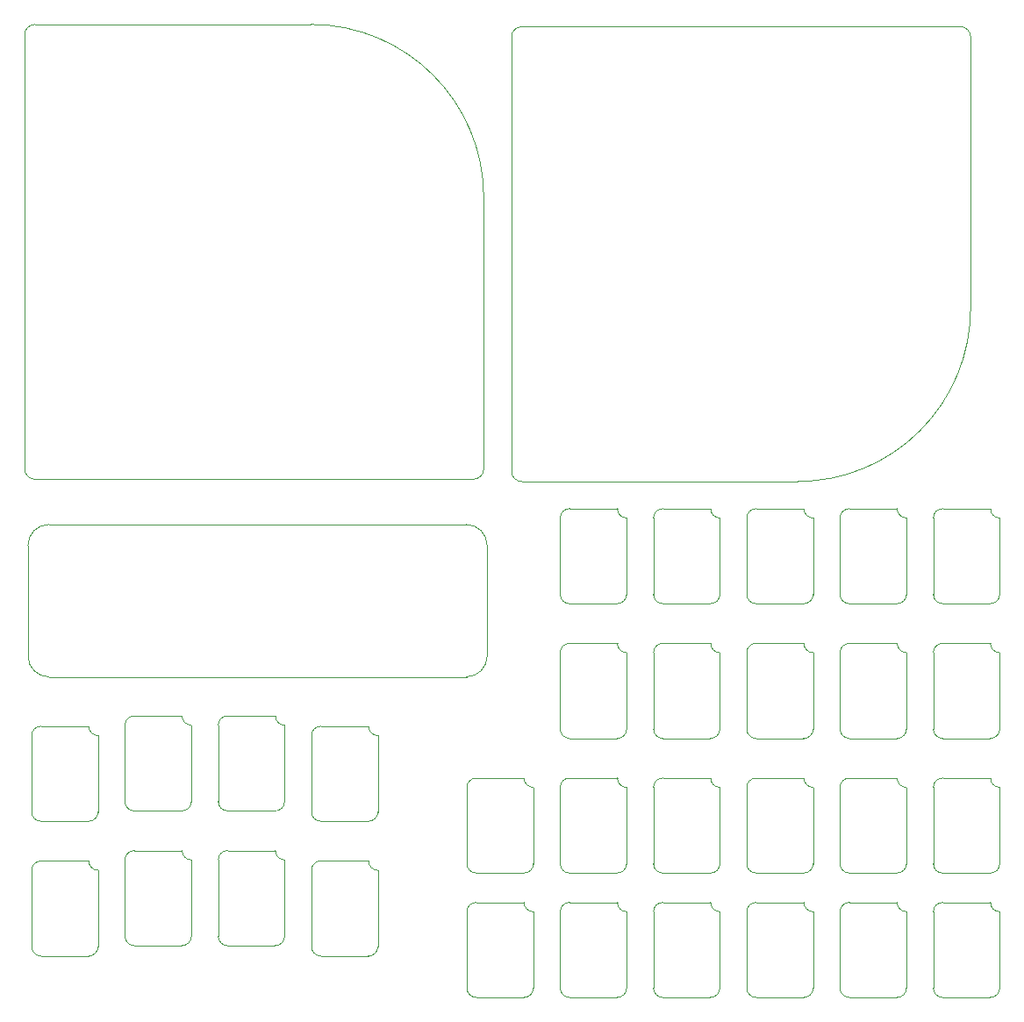
<source format=gm1>
%MOIN*%
%OFA0B0*%
%FSLAX46Y46*%
%IPPOS*%
%LPD*%
%ADD10C,0.0019685039370078744*%
%ADD21C,0.0019685039370078744*%
%ADD22C,0.0019685039370078744*%
%ADD23C,0.0019685039370078744*%
%ADD24C,0.0019685039370078744*%
%ADD25C,0.0019685039370078744*%
%ADD26C,0.0019685039370078744*%
%ADD27C,0.0019685039370078744*%
%ADD28C,0.0019685039370078744*%
%ADD29C,0.0019685039370078744*%
%ADD30C,0.0019685039370078744*%
%ADD31C,0.0019685039370078744*%
%ADD32C,0.0019685039370078744*%
%ADD33C,0.0019685039370078744*%
%ADD34C,0.0019685039370078744*%
%ADD35C,0.0019685039370078744*%
%ADD36C,0.0019685039370078744*%
%ADD37C,0.0019685039370078744*%
%ADD38C,0.0019685039370078744*%
%ADD39C,0.0019685039370078744*%
%ADD40C,0.0019685039370078744*%
%ADD41C,0.0019685039370078744*%
%ADD42C,0.0019685039370078744*%
%ADD43C,0.0019685039370078744*%
%ADD44C,0.0019685039370078744*%
%ADD45C,0.0019685039370078744*%
%ADD46C,0.0019685039370078744*%
%ADD47C,0.0019685039370078744*%
%ADD48C,0.0019685039370078744*%
%ADD49C,0.0019685039370078744*%
%ADD50C,0.0019685039370078744*%
D10*
X0000192716Y0003852716D02*
X0001239960Y0003852716D01*
X0000153346Y0002163740D02*
X0000153346Y0003813346D01*
X0001239960Y0003852716D02*
G75*
G02X0001897440Y0003195236J-0000657480D01*
G01*
X0000192716Y0002124370D02*
G75*
G02X0000153346Y0002163740J0000039370D01*
G01*
X0001897440Y0002163740D02*
G75*
G02X0001858070Y0002124370I-0000039370D01*
G01*
X0000153346Y0003813346D02*
G75*
G02X0000192716Y0003852716I0000039370D01*
G01*
X0001897440Y0003195236D02*
X0001897440Y0002163740D01*
X0000192716Y0002124370D02*
X0001858070Y0002124370D01*
X0000244960Y0001952283D02*
X0001831574Y0001952283D01*
X0001831574Y0001952283D02*
G75*
G02X0001910314Y0001873543J-0000078740D01*
G01*
X0000244960Y0001373543D02*
X0001831574Y0001373543D01*
X0000166220Y0001873543D02*
G75*
G02X0000244960Y0001952283I0000078740D01*
G01*
X0001910314Y0001873543D02*
X0001910314Y0001452283D01*
X0000244960Y0001373543D02*
G75*
G02X0000166220Y0001452283I-0000000078J0000078661D01*
G01*
X0001910314Y0001452283D02*
G75*
G02X0001831574Y0001373543I-0000078740D01*
G01*
X0000166220Y0001873543D02*
X0000166220Y0001452283D01*
X0003746850Y0002773307D02*
G75*
G02X0003089370Y0002115787I-0000657480J-0000000039D01*
G01*
X0003707480Y0003844133D02*
X0002042125Y0003844133D01*
X0003707480Y0003844133D02*
G75*
G02X0003746850Y0003804763J-0000039370D01*
G01*
X0003746850Y0003804763D02*
X0003746850Y0002773307D01*
X0002002755Y0003804763D02*
G75*
G02X0002042125Y0003844133I0000039370D01*
G01*
X0002042125Y0002115787D02*
X0003089370Y0002115787D01*
X0002042125Y0002115787D02*
G75*
G02X0002002755Y0002155157J0000039370D01*
G01*
X0002002755Y0003804763D02*
X0002002755Y0002155157D01*
G04 next file*
G04 #@! TF.GenerationSoftware,KiCad,Pcbnew,(5.1.2)-1*
G04 #@! TF.CreationDate,2019-11-08T15:09:15+05:30*
G04 #@! TF.ProjectId,FingerNode_one,46696e67-6572-44e6-9f64-655f6f6e652e,rev?*
G04 #@! TF.SameCoordinates,Original*
G04 #@! TF.FileFunction,Profile,NP*
G04 Gerber Fmt 4.6, Leading zero omitted, Abs format (unit mm)*
G04 Created by KiCad (PCBNEW (5.1.2)-1) date 2019-11-08 15:09:15*
G04 APERTURE LIST*
G04 APERTURE END LIST*
D21*
X0000180018Y0001150500D02*
X0000179939Y0000860196D01*
X0000432283Y0001150354D02*
X0000432204Y0000860039D01*
X0000395687Y0000824763D02*
X0000215372Y0000824763D01*
X0000215372Y0000824763D02*
G75*
G02X0000179939Y0000860196J0000035433D01*
G01*
X0000432204Y0000860050D02*
G75*
G02X0000395687Y0000824763I-0000035296J-0000000011D01*
G01*
X0000216535Y0001185787D02*
X0000396850Y0001185787D01*
X0000180018Y0001150500D02*
G75*
G02X0000216535Y0001185787I0000035296J0000000011D01*
G01*
X0000432283Y0001150354D02*
G75*
G02X0000396850Y0001185787J0000035433D01*
G01*
G04 next file*
G04 #@! TF.GenerationSoftware,KiCad,Pcbnew,(5.1.2)-1*
G04 #@! TF.CreationDate,2019-11-08T15:10:02+05:30*
G04 #@! TF.ProjectId,FingerNode,46696e67-6572-44e6-9f64-652e6b696361,rev?*
G04 #@! TF.SameCoordinates,Original*
G04 #@! TF.FileFunction,Profile,NP*
G04 Gerber Fmt 4.6, Leading zero omitted, Abs format (unit mm)*
G04 Created by KiCad (PCBNEW (5.1.2)-1) date 2019-11-08 15:10:02*
G04 APERTURE LIST*
G04 APERTURE END LIST*
D22*
X0001833561Y0000953650D02*
X0001833482Y0000663346D01*
X0002085826Y0000953503D02*
X0002085748Y0000663188D01*
X0002049230Y0000627913D02*
X0001868915Y0000627913D01*
X0001868915Y0000627913D02*
G75*
G02X0001833482Y0000663346J0000035433D01*
G01*
X0002085748Y0000663200D02*
G75*
G02X0002049230Y0000627913I-0000035296J-0000000011D01*
G01*
X0001870078Y0000988937D02*
X0002050393Y0000988937D01*
X0001833561Y0000953650D02*
G75*
G02X0001870078Y0000988937I0000035296J0000000011D01*
G01*
X0002085826Y0000953503D02*
G75*
G02X0002050393Y0000988937J0000035433D01*
G01*
G04 next file*
G04 #@! TF.GenerationSoftware,KiCad,Pcbnew,(5.1.2)-1*
G04 #@! TF.CreationDate,2019-11-08T15:10:02+05:30*
G04 #@! TF.ProjectId,FingerNode,46696e67-6572-44e6-9f64-652e6b696361,rev?*
G04 #@! TF.SameCoordinates,Original*
G04 #@! TF.FileFunction,Profile,NP*
G04 Gerber Fmt 4.6, Leading zero omitted, Abs format (unit mm)*
G04 Created by KiCad (PCBNEW (5.1.2)-1) date 2019-11-08 15:10:02*
G04 APERTURE LIST*
G04 APERTURE END LIST*
D23*
X0002187892Y0000953650D02*
X0002187813Y0000663346D01*
X0002440157Y0000953503D02*
X0002440078Y0000663188D01*
X0002403561Y0000627913D02*
X0002223246Y0000627913D01*
X0002223246Y0000627913D02*
G75*
G02X0002187813Y0000663346J0000035433D01*
G01*
X0002440078Y0000663200D02*
G75*
G02X0002403561Y0000627913I-0000035296J-0000000011D01*
G01*
X0002224409Y0000988937D02*
X0002404724Y0000988937D01*
X0002187892Y0000953650D02*
G75*
G02X0002224409Y0000988937I0000035296J0000000011D01*
G01*
X0002440157Y0000953503D02*
G75*
G02X0002404724Y0000988937J0000035433D01*
G01*
G04 next file*
G04 #@! TF.GenerationSoftware,KiCad,Pcbnew,(5.1.2)-1*
G04 #@! TF.CreationDate,2019-11-08T15:10:02+05:30*
G04 #@! TF.ProjectId,FingerNode,46696e67-6572-44e6-9f64-652e6b696361,rev?*
G04 #@! TF.SameCoordinates,Original*
G04 #@! TF.FileFunction,Profile,NP*
G04 Gerber Fmt 4.6, Leading zero omitted, Abs format (unit mm)*
G04 Created by KiCad (PCBNEW (5.1.2)-1) date 2019-11-08 15:10:02*
G04 APERTURE LIST*
G04 APERTURE END LIST*
D24*
X0002542222Y0000953650D02*
X0002542144Y0000663346D01*
X0002794488Y0000953503D02*
X0002794409Y0000663188D01*
X0002757892Y0000627913D02*
X0002577577Y0000627913D01*
X0002577577Y0000627913D02*
G75*
G02X0002542144Y0000663346J0000035433D01*
G01*
X0002794409Y0000663200D02*
G75*
G02X0002757892Y0000627913I-0000035296J-0000000011D01*
G01*
X0002578740Y0000988937D02*
X0002759055Y0000988937D01*
X0002542222Y0000953650D02*
G75*
G02X0002578740Y0000988937I0000035296J0000000011D01*
G01*
X0002794488Y0000953503D02*
G75*
G02X0002759055Y0000988937J0000035433D01*
G01*
G04 next file*
G04 #@! TF.GenerationSoftware,KiCad,Pcbnew,(5.1.2)-1*
G04 #@! TF.CreationDate,2019-11-08T15:10:02+05:30*
G04 #@! TF.ProjectId,FingerNode,46696e67-6572-44e6-9f64-652e6b696361,rev?*
G04 #@! TF.SameCoordinates,Original*
G04 #@! TF.FileFunction,Profile,NP*
G04 Gerber Fmt 4.6, Leading zero omitted, Abs format (unit mm)*
G04 Created by KiCad (PCBNEW (5.1.2)-1) date 2019-11-08 15:10:02*
G04 APERTURE LIST*
G04 APERTURE END LIST*
D25*
X0002896553Y0000953650D02*
X0002896474Y0000663346D01*
X0003148818Y0000953503D02*
X0003148740Y0000663188D01*
X0003112222Y0000627913D02*
X0002931908Y0000627913D01*
X0002931908Y0000627913D02*
G75*
G02X0002896474Y0000663346J0000035433D01*
G01*
X0003148740Y0000663200D02*
G75*
G02X0003112222Y0000627913I-0000035296J-0000000011D01*
G01*
X0002933070Y0000988937D02*
X0003113385Y0000988937D01*
X0002896553Y0000953650D02*
G75*
G02X0002933070Y0000988937I0000035296J0000000011D01*
G01*
X0003148818Y0000953503D02*
G75*
G02X0003113385Y0000988937J0000035433D01*
G01*
G04 next file*
G04 #@! TF.GenerationSoftware,KiCad,Pcbnew,(5.1.2)-1*
G04 #@! TF.CreationDate,2019-11-08T15:10:02+05:30*
G04 #@! TF.ProjectId,FingerNode,46696e67-6572-44e6-9f64-652e6b696361,rev?*
G04 #@! TF.SameCoordinates,Original*
G04 #@! TF.FileFunction,Profile,NP*
G04 Gerber Fmt 4.6, Leading zero omitted, Abs format (unit mm)*
G04 Created by KiCad (PCBNEW (5.1.2)-1) date 2019-11-08 15:10:02*
G04 APERTURE LIST*
G04 APERTURE END LIST*
D26*
X0003250884Y0000953650D02*
X0003250805Y0000663346D01*
X0003503149Y0000953503D02*
X0003503070Y0000663188D01*
X0003466553Y0000627913D02*
X0003286238Y0000627913D01*
X0003286238Y0000627913D02*
G75*
G02X0003250805Y0000663346J0000035433D01*
G01*
X0003503070Y0000663200D02*
G75*
G02X0003466553Y0000627913I-0000035296J-0000000011D01*
G01*
X0003287401Y0000988937D02*
X0003467716Y0000988937D01*
X0003250884Y0000953650D02*
G75*
G02X0003287401Y0000988937I0000035296J0000000011D01*
G01*
X0003503149Y0000953503D02*
G75*
G02X0003467716Y0000988937J0000035433D01*
G01*
G04 next file*
G04 #@! TF.GenerationSoftware,KiCad,Pcbnew,(5.1.2)-1*
G04 #@! TF.CreationDate,2019-11-08T15:10:02+05:30*
G04 #@! TF.ProjectId,FingerNode,46696e67-6572-44e6-9f64-652e6b696361,rev?*
G04 #@! TF.SameCoordinates,Original*
G04 #@! TF.FileFunction,Profile,NP*
G04 Gerber Fmt 4.6, Leading zero omitted, Abs format (unit mm)*
G04 Created by KiCad (PCBNEW (5.1.2)-1) date 2019-11-08 15:10:02*
G04 APERTURE LIST*
G04 APERTURE END LIST*
D27*
X0001833561Y0000481209D02*
X0001833482Y0000190905D01*
X0002085826Y0000481062D02*
X0002085748Y0000190747D01*
X0002049230Y0000155472D02*
X0001868915Y0000155472D01*
X0001868915Y0000155472D02*
G75*
G02X0001833482Y0000190905J0000035433D01*
G01*
X0002085748Y0000190759D02*
G75*
G02X0002049230Y0000155472I-0000035296J-0000000011D01*
G01*
X0001870078Y0000516496D02*
X0002050393Y0000516496D01*
X0001833561Y0000481209D02*
G75*
G02X0001870078Y0000516496I0000035296J0000000011D01*
G01*
X0002085826Y0000481062D02*
G75*
G02X0002050393Y0000516496J0000035433D01*
G01*
G04 next file*
G04 #@! TF.GenerationSoftware,KiCad,Pcbnew,(5.1.2)-1*
G04 #@! TF.CreationDate,2019-11-08T15:10:02+05:30*
G04 #@! TF.ProjectId,FingerNode,46696e67-6572-44e6-9f64-652e6b696361,rev?*
G04 #@! TF.SameCoordinates,Original*
G04 #@! TF.FileFunction,Profile,NP*
G04 Gerber Fmt 4.6, Leading zero omitted, Abs format (unit mm)*
G04 Created by KiCad (PCBNEW (5.1.2)-1) date 2019-11-08 15:10:02*
G04 APERTURE LIST*
G04 APERTURE END LIST*
D28*
X0002187892Y0000481209D02*
X0002187813Y0000190905D01*
X0002440157Y0000481062D02*
X0002440078Y0000190747D01*
X0002403561Y0000155472D02*
X0002223246Y0000155472D01*
X0002223246Y0000155472D02*
G75*
G02X0002187813Y0000190905J0000035433D01*
G01*
X0002440078Y0000190759D02*
G75*
G02X0002403561Y0000155472I-0000035296J-0000000011D01*
G01*
X0002224409Y0000516496D02*
X0002404724Y0000516496D01*
X0002187892Y0000481209D02*
G75*
G02X0002224409Y0000516496I0000035296J0000000011D01*
G01*
X0002440157Y0000481062D02*
G75*
G02X0002404724Y0000516496J0000035433D01*
G01*
G04 next file*
G04 #@! TF.GenerationSoftware,KiCad,Pcbnew,(5.1.2)-1*
G04 #@! TF.CreationDate,2019-11-08T15:10:02+05:30*
G04 #@! TF.ProjectId,FingerNode,46696e67-6572-44e6-9f64-652e6b696361,rev?*
G04 #@! TF.SameCoordinates,Original*
G04 #@! TF.FileFunction,Profile,NP*
G04 Gerber Fmt 4.6, Leading zero omitted, Abs format (unit mm)*
G04 Created by KiCad (PCBNEW (5.1.2)-1) date 2019-11-08 15:10:02*
G04 APERTURE LIST*
G04 APERTURE END LIST*
D29*
X0002542222Y0000481209D02*
X0002542144Y0000190905D01*
X0002794488Y0000481062D02*
X0002794409Y0000190747D01*
X0002757892Y0000155472D02*
X0002577577Y0000155472D01*
X0002577577Y0000155472D02*
G75*
G02X0002542144Y0000190905J0000035433D01*
G01*
X0002794409Y0000190759D02*
G75*
G02X0002757892Y0000155472I-0000035296J-0000000011D01*
G01*
X0002578740Y0000516496D02*
X0002759055Y0000516496D01*
X0002542222Y0000481209D02*
G75*
G02X0002578740Y0000516496I0000035296J0000000011D01*
G01*
X0002794488Y0000481062D02*
G75*
G02X0002759055Y0000516496J0000035433D01*
G01*
G04 next file*
G04 #@! TF.GenerationSoftware,KiCad,Pcbnew,(5.1.2)-1*
G04 #@! TF.CreationDate,2019-11-08T15:10:02+05:30*
G04 #@! TF.ProjectId,FingerNode,46696e67-6572-44e6-9f64-652e6b696361,rev?*
G04 #@! TF.SameCoordinates,Original*
G04 #@! TF.FileFunction,Profile,NP*
G04 Gerber Fmt 4.6, Leading zero omitted, Abs format (unit mm)*
G04 Created by KiCad (PCBNEW (5.1.2)-1) date 2019-11-08 15:10:02*
G04 APERTURE LIST*
G04 APERTURE END LIST*
D30*
X0002896553Y0000481209D02*
X0002896474Y0000190905D01*
X0003148818Y0000481062D02*
X0003148740Y0000190747D01*
X0003112222Y0000155472D02*
X0002931908Y0000155472D01*
X0002931908Y0000155472D02*
G75*
G02X0002896474Y0000190905J0000035433D01*
G01*
X0003148740Y0000190759D02*
G75*
G02X0003112222Y0000155472I-0000035296J-0000000011D01*
G01*
X0002933070Y0000516496D02*
X0003113385Y0000516496D01*
X0002896553Y0000481209D02*
G75*
G02X0002933070Y0000516496I0000035296J0000000011D01*
G01*
X0003148818Y0000481062D02*
G75*
G02X0003113385Y0000516496J0000035433D01*
G01*
G04 next file*
G04 #@! TF.GenerationSoftware,KiCad,Pcbnew,(5.1.2)-1*
G04 #@! TF.CreationDate,2019-11-08T15:10:02+05:30*
G04 #@! TF.ProjectId,FingerNode,46696e67-6572-44e6-9f64-652e6b696361,rev?*
G04 #@! TF.SameCoordinates,Original*
G04 #@! TF.FileFunction,Profile,NP*
G04 Gerber Fmt 4.6, Leading zero omitted, Abs format (unit mm)*
G04 Created by KiCad (PCBNEW (5.1.2)-1) date 2019-11-08 15:10:02*
G04 APERTURE LIST*
G04 APERTURE END LIST*
D31*
X0003250884Y0000481209D02*
X0003250805Y0000190905D01*
X0003503149Y0000481062D02*
X0003503070Y0000190747D01*
X0003466553Y0000155472D02*
X0003286238Y0000155472D01*
X0003286238Y0000155472D02*
G75*
G02X0003250805Y0000190905J0000035433D01*
G01*
X0003503070Y0000190759D02*
G75*
G02X0003466553Y0000155472I-0000035296J-0000000011D01*
G01*
X0003287401Y0000516496D02*
X0003467716Y0000516496D01*
X0003250884Y0000481209D02*
G75*
G02X0003287401Y0000516496I0000035296J0000000011D01*
G01*
X0003503149Y0000481062D02*
G75*
G02X0003467716Y0000516496J0000035433D01*
G01*
G04 next file*
G04 #@! TF.GenerationSoftware,KiCad,Pcbnew,(5.1.2)-1*
G04 #@! TF.CreationDate,2019-11-08T15:10:02+05:30*
G04 #@! TF.ProjectId,FingerNode,46696e67-6572-44e6-9f64-652e6b696361,rev?*
G04 #@! TF.SameCoordinates,Original*
G04 #@! TF.FileFunction,Profile,NP*
G04 Gerber Fmt 4.6, Leading zero omitted, Abs format (unit mm)*
G04 Created by KiCad (PCBNEW (5.1.2)-1) date 2019-11-08 15:10:02*
G04 APERTURE LIST*
G04 APERTURE END LIST*
D32*
X0003605215Y0001977272D02*
X0003605136Y0001686968D01*
X0003857480Y0001977125D02*
X0003857401Y0001686811D01*
X0003820884Y0001651535D02*
X0003640569Y0001651535D01*
X0003640569Y0001651535D02*
G75*
G02X0003605136Y0001686968J0000035433D01*
G01*
X0003857401Y0001686822D02*
G75*
G02X0003820884Y0001651535I-0000035296J-0000000011D01*
G01*
X0003641732Y0002012559D02*
X0003822047Y0002012559D01*
X0003605215Y0001977272D02*
G75*
G02X0003641732Y0002012559I0000035296J0000000011D01*
G01*
X0003857480Y0001977125D02*
G75*
G02X0003822047Y0002012559J0000035433D01*
G01*
G04 next file*
G04 #@! TF.GenerationSoftware,KiCad,Pcbnew,(5.1.2)-1*
G04 #@! TF.CreationDate,2019-11-08T15:10:02+05:30*
G04 #@! TF.ProjectId,FingerNode,46696e67-6572-44e6-9f64-652e6b696361,rev?*
G04 #@! TF.SameCoordinates,Original*
G04 #@! TF.FileFunction,Profile,NP*
G04 Gerber Fmt 4.6, Leading zero omitted, Abs format (unit mm)*
G04 Created by KiCad (PCBNEW (5.1.2)-1) date 2019-11-08 15:10:02*
G04 APERTURE LIST*
G04 APERTURE END LIST*
D33*
X0002187892Y0001465461D02*
X0002187813Y0001175157D01*
X0002440157Y0001465314D02*
X0002440078Y0001175000D01*
X0002403561Y0001139724D02*
X0002223246Y0001139724D01*
X0002223246Y0001139724D02*
G75*
G02X0002187813Y0001175157J0000035433D01*
G01*
X0002440078Y0001175011D02*
G75*
G02X0002403561Y0001139724I-0000035296J-0000000011D01*
G01*
X0002224409Y0001500748D02*
X0002404724Y0001500748D01*
X0002187892Y0001465461D02*
G75*
G02X0002224409Y0001500748I0000035296J0000000011D01*
G01*
X0002440157Y0001465314D02*
G75*
G02X0002404724Y0001500748J0000035433D01*
G01*
G04 next file*
G04 #@! TF.GenerationSoftware,KiCad,Pcbnew,(5.1.2)-1*
G04 #@! TF.CreationDate,2019-11-08T15:10:02+05:30*
G04 #@! TF.ProjectId,FingerNode,46696e67-6572-44e6-9f64-652e6b696361,rev?*
G04 #@! TF.SameCoordinates,Original*
G04 #@! TF.FileFunction,Profile,NP*
G04 Gerber Fmt 4.6, Leading zero omitted, Abs format (unit mm)*
G04 Created by KiCad (PCBNEW (5.1.2)-1) date 2019-11-08 15:10:02*
G04 APERTURE LIST*
G04 APERTURE END LIST*
D34*
X0002542222Y0001465461D02*
X0002542144Y0001175157D01*
X0002794488Y0001465314D02*
X0002794409Y0001175000D01*
X0002757892Y0001139724D02*
X0002577577Y0001139724D01*
X0002577577Y0001139724D02*
G75*
G02X0002542144Y0001175157J0000035433D01*
G01*
X0002794409Y0001175011D02*
G75*
G02X0002757892Y0001139724I-0000035296J-0000000011D01*
G01*
X0002578740Y0001500748D02*
X0002759055Y0001500748D01*
X0002542222Y0001465461D02*
G75*
G02X0002578740Y0001500748I0000035296J0000000011D01*
G01*
X0002794488Y0001465314D02*
G75*
G02X0002759055Y0001500748J0000035433D01*
G01*
G04 next file*
G04 #@! TF.GenerationSoftware,KiCad,Pcbnew,(5.1.2)-1*
G04 #@! TF.CreationDate,2019-11-08T15:10:02+05:30*
G04 #@! TF.ProjectId,FingerNode,46696e67-6572-44e6-9f64-652e6b696361,rev?*
G04 #@! TF.SameCoordinates,Original*
G04 #@! TF.FileFunction,Profile,NP*
G04 Gerber Fmt 4.6, Leading zero omitted, Abs format (unit mm)*
G04 Created by KiCad (PCBNEW (5.1.2)-1) date 2019-11-08 15:10:02*
G04 APERTURE LIST*
G04 APERTURE END LIST*
D35*
X0002896553Y0001465461D02*
X0002896474Y0001175157D01*
X0003148818Y0001465314D02*
X0003148740Y0001175000D01*
X0003112222Y0001139724D02*
X0002931908Y0001139724D01*
X0002931908Y0001139724D02*
G75*
G02X0002896474Y0001175157J0000035433D01*
G01*
X0003148740Y0001175011D02*
G75*
G02X0003112222Y0001139724I-0000035296J-0000000011D01*
G01*
X0002933070Y0001500748D02*
X0003113385Y0001500748D01*
X0002896553Y0001465461D02*
G75*
G02X0002933070Y0001500748I0000035296J0000000011D01*
G01*
X0003148818Y0001465314D02*
G75*
G02X0003113385Y0001500748J0000035433D01*
G01*
G04 next file*
G04 #@! TF.GenerationSoftware,KiCad,Pcbnew,(5.1.2)-1*
G04 #@! TF.CreationDate,2019-11-08T15:10:02+05:30*
G04 #@! TF.ProjectId,FingerNode,46696e67-6572-44e6-9f64-652e6b696361,rev?*
G04 #@! TF.SameCoordinates,Original*
G04 #@! TF.FileFunction,Profile,NP*
G04 Gerber Fmt 4.6, Leading zero omitted, Abs format (unit mm)*
G04 Created by KiCad (PCBNEW (5.1.2)-1) date 2019-11-08 15:10:02*
G04 APERTURE LIST*
G04 APERTURE END LIST*
D36*
X0003250884Y0001465461D02*
X0003250805Y0001175157D01*
X0003503149Y0001465314D02*
X0003503070Y0001175000D01*
X0003466553Y0001139724D02*
X0003286238Y0001139724D01*
X0003286238Y0001139724D02*
G75*
G02X0003250805Y0001175157J0000035433D01*
G01*
X0003503070Y0001175011D02*
G75*
G02X0003466553Y0001139724I-0000035296J-0000000011D01*
G01*
X0003287401Y0001500748D02*
X0003467716Y0001500748D01*
X0003250884Y0001465461D02*
G75*
G02X0003287401Y0001500748I0000035296J0000000011D01*
G01*
X0003503149Y0001465314D02*
G75*
G02X0003467716Y0001500748J0000035433D01*
G01*
G04 next file*
G04 #@! TF.GenerationSoftware,KiCad,Pcbnew,(5.1.2)-1*
G04 #@! TF.CreationDate,2019-11-08T15:09:15+05:30*
G04 #@! TF.ProjectId,FingerNode_one,46696e67-6572-44e6-9f64-655f6f6e652e,rev?*
G04 #@! TF.SameCoordinates,Original*
G04 #@! TF.FileFunction,Profile,NP*
G04 Gerber Fmt 4.6, Leading zero omitted, Abs format (unit mm)*
G04 Created by KiCad (PCBNEW (5.1.2)-1) date 2019-11-08 15:09:15*
G04 APERTURE LIST*
G04 APERTURE END LIST*
D37*
X0000534348Y0001189870D02*
X0000534270Y0000899566D01*
X0000786614Y0001189724D02*
X0000786535Y0000899409D01*
X0000750018Y0000864133D02*
X0000569703Y0000864133D01*
X0000569703Y0000864133D02*
G75*
G02X0000534270Y0000899566J0000035433D01*
G01*
X0000786535Y0000899420D02*
G75*
G02X0000750018Y0000864133I-0000035296J-0000000011D01*
G01*
X0000570866Y0001225157D02*
X0000751181Y0001225157D01*
X0000534348Y0001189870D02*
G75*
G02X0000570866Y0001225157I0000035296J0000000011D01*
G01*
X0000786614Y0001189724D02*
G75*
G02X0000751181Y0001225157J0000035433D01*
G01*
G04 next file*
G04 #@! TF.GenerationSoftware,KiCad,Pcbnew,(5.1.2)-1*
G04 #@! TF.CreationDate,2019-11-08T15:09:15+05:30*
G04 #@! TF.ProjectId,FingerNode_one,46696e67-6572-44e6-9f64-655f6f6e652e,rev?*
G04 #@! TF.SameCoordinates,Original*
G04 #@! TF.FileFunction,Profile,NP*
G04 Gerber Fmt 4.6, Leading zero omitted, Abs format (unit mm)*
G04 Created by KiCad (PCBNEW (5.1.2)-1) date 2019-11-08 15:09:15*
G04 APERTURE LIST*
G04 APERTURE END LIST*
D38*
X0000888679Y0001189870D02*
X0000888600Y0000899566D01*
X0001140944Y0001189724D02*
X0001140866Y0000899409D01*
X0001104348Y0000864133D02*
X0000924033Y0000864133D01*
X0000924033Y0000864133D02*
G75*
G02X0000888600Y0000899566J0000035433D01*
G01*
X0001140866Y0000899420D02*
G75*
G02X0001104348Y0000864133I-0000035296J-0000000011D01*
G01*
X0000925196Y0001225157D02*
X0001105511Y0001225157D01*
X0000888679Y0001189870D02*
G75*
G02X0000925196Y0001225157I0000035296J0000000011D01*
G01*
X0001140944Y0001189724D02*
G75*
G02X0001105511Y0001225157J0000035433D01*
G01*
G04 next file*
G04 #@! TF.GenerationSoftware,KiCad,Pcbnew,(5.1.2)-1*
G04 #@! TF.CreationDate,2019-11-08T15:09:15+05:30*
G04 #@! TF.ProjectId,FingerNode_one,46696e67-6572-44e6-9f64-655f6f6e652e,rev?*
G04 #@! TF.SameCoordinates,Original*
G04 #@! TF.FileFunction,Profile,NP*
G04 Gerber Fmt 4.6, Leading zero omitted, Abs format (unit mm)*
G04 Created by KiCad (PCBNEW (5.1.2)-1) date 2019-11-08 15:09:15*
G04 APERTURE LIST*
G04 APERTURE END LIST*
D39*
X0001243010Y0001150500D02*
X0001242931Y0000860196D01*
X0001495275Y0001150354D02*
X0001495196Y0000860039D01*
X0001458679Y0000824763D02*
X0001278364Y0000824763D01*
X0001278364Y0000824763D02*
G75*
G02X0001242931Y0000860196J0000035433D01*
G01*
X0001495196Y0000860050D02*
G75*
G02X0001458679Y0000824763I-0000035296J-0000000011D01*
G01*
X0001279527Y0001185787D02*
X0001459842Y0001185787D01*
X0001243010Y0001150500D02*
G75*
G02X0001279527Y0001185787I0000035296J0000000011D01*
G01*
X0001495275Y0001150354D02*
G75*
G02X0001459842Y0001185787J0000035433D01*
G01*
G04 next file*
G04 #@! TF.GenerationSoftware,KiCad,Pcbnew,(5.1.2)-1*
G04 #@! TF.CreationDate,2019-11-08T15:09:15+05:30*
G04 #@! TF.ProjectId,FingerNode_one,46696e67-6572-44e6-9f64-655f6f6e652e,rev?*
G04 #@! TF.SameCoordinates,Original*
G04 #@! TF.FileFunction,Profile,NP*
G04 Gerber Fmt 4.6, Leading zero omitted, Abs format (unit mm)*
G04 Created by KiCad (PCBNEW (5.1.2)-1) date 2019-11-08 15:09:15*
G04 APERTURE LIST*
G04 APERTURE END LIST*
D40*
X0002896553Y0001977272D02*
X0002896474Y0001686968D01*
X0003148818Y0001977125D02*
X0003148740Y0001686811D01*
X0003112222Y0001651535D02*
X0002931908Y0001651535D01*
X0002931908Y0001651535D02*
G75*
G02X0002896474Y0001686968J0000035433D01*
G01*
X0003148740Y0001686822D02*
G75*
G02X0003112222Y0001651535I-0000035296J-0000000011D01*
G01*
X0002933070Y0002012559D02*
X0003113385Y0002012559D01*
X0002896553Y0001977272D02*
G75*
G02X0002933070Y0002012559I0000035296J0000000011D01*
G01*
X0003148818Y0001977125D02*
G75*
G02X0003113385Y0002012559J0000035433D01*
G01*
G04 next file*
G04 #@! TF.GenerationSoftware,KiCad,Pcbnew,(5.1.2)-1*
G04 #@! TF.CreationDate,2019-11-08T15:09:15+05:30*
G04 #@! TF.ProjectId,FingerNode_one,46696e67-6572-44e6-9f64-655f6f6e652e,rev?*
G04 #@! TF.SameCoordinates,Original*
G04 #@! TF.FileFunction,Profile,NP*
G04 Gerber Fmt 4.6, Leading zero omitted, Abs format (unit mm)*
G04 Created by KiCad (PCBNEW (5.1.2)-1) date 2019-11-08 15:09:15*
G04 APERTURE LIST*
G04 APERTURE END LIST*
D41*
X0002542222Y0001977272D02*
X0002542144Y0001686968D01*
X0002794488Y0001977125D02*
X0002794409Y0001686811D01*
X0002757892Y0001651535D02*
X0002577577Y0001651535D01*
X0002577577Y0001651535D02*
G75*
G02X0002542144Y0001686968J0000035433D01*
G01*
X0002794409Y0001686822D02*
G75*
G02X0002757892Y0001651535I-0000035296J-0000000011D01*
G01*
X0002578740Y0002012559D02*
X0002759055Y0002012559D01*
X0002542222Y0001977272D02*
G75*
G02X0002578740Y0002012559I0000035296J0000000011D01*
G01*
X0002794488Y0001977125D02*
G75*
G02X0002759055Y0002012559J0000035433D01*
G01*
G04 next file*
G04 #@! TF.GenerationSoftware,KiCad,Pcbnew,(5.1.2)-1*
G04 #@! TF.CreationDate,2019-11-08T15:09:15+05:30*
G04 #@! TF.ProjectId,FingerNode_one,46696e67-6572-44e6-9f64-655f6f6e652e,rev?*
G04 #@! TF.SameCoordinates,Original*
G04 #@! TF.FileFunction,Profile,NP*
G04 Gerber Fmt 4.6, Leading zero omitted, Abs format (unit mm)*
G04 Created by KiCad (PCBNEW (5.1.2)-1) date 2019-11-08 15:09:15*
G04 APERTURE LIST*
G04 APERTURE END LIST*
D42*
X0002187892Y0001977272D02*
X0002187813Y0001686968D01*
X0002440157Y0001977125D02*
X0002440078Y0001686811D01*
X0002403561Y0001651535D02*
X0002223246Y0001651535D01*
X0002223246Y0001651535D02*
G75*
G02X0002187813Y0001686968J0000035433D01*
G01*
X0002440078Y0001686822D02*
G75*
G02X0002403561Y0001651535I-0000035296J-0000000011D01*
G01*
X0002224409Y0002012559D02*
X0002404724Y0002012559D01*
X0002187892Y0001977272D02*
G75*
G02X0002224409Y0002012559I0000035296J0000000011D01*
G01*
X0002440157Y0001977125D02*
G75*
G02X0002404724Y0002012559J0000035433D01*
G01*
G04 next file*
G04 #@! TF.GenerationSoftware,KiCad,Pcbnew,(5.1.2)-1*
G04 #@! TF.CreationDate,2019-11-08T15:09:15+05:30*
G04 #@! TF.ProjectId,FingerNode_one,46696e67-6572-44e6-9f64-655f6f6e652e,rev?*
G04 #@! TF.SameCoordinates,Original*
G04 #@! TF.FileFunction,Profile,NP*
G04 Gerber Fmt 4.6, Leading zero omitted, Abs format (unit mm)*
G04 Created by KiCad (PCBNEW (5.1.2)-1) date 2019-11-08 15:09:15*
G04 APERTURE LIST*
G04 APERTURE END LIST*
D43*
X0001243010Y0000638689D02*
X0001242931Y0000348385D01*
X0001495275Y0000638543D02*
X0001495196Y0000348228D01*
X0001458679Y0000312952D02*
X0001278364Y0000312952D01*
X0001278364Y0000312952D02*
G75*
G02X0001242931Y0000348385J0000035433D01*
G01*
X0001495196Y0000348239D02*
G75*
G02X0001458679Y0000312952I-0000035296J-0000000011D01*
G01*
X0001279527Y0000673976D02*
X0001459842Y0000673976D01*
X0001243010Y0000638689D02*
G75*
G02X0001279527Y0000673976I0000035296J0000000011D01*
G01*
X0001495275Y0000638543D02*
G75*
G02X0001459842Y0000673976J0000035433D01*
G01*
G04 next file*
G04 #@! TF.GenerationSoftware,KiCad,Pcbnew,(5.1.2)-1*
G04 #@! TF.CreationDate,2019-11-08T15:09:15+05:30*
G04 #@! TF.ProjectId,FingerNode_one,46696e67-6572-44e6-9f64-655f6f6e652e,rev?*
G04 #@! TF.SameCoordinates,Original*
G04 #@! TF.FileFunction,Profile,NP*
G04 Gerber Fmt 4.6, Leading zero omitted, Abs format (unit mm)*
G04 Created by KiCad (PCBNEW (5.1.2)-1) date 2019-11-08 15:09:15*
G04 APERTURE LIST*
G04 APERTURE END LIST*
D44*
X0000888679Y0000678059D02*
X0000888600Y0000387755D01*
X0001140944Y0000677913D02*
X0001140866Y0000387598D01*
X0001104348Y0000352322D02*
X0000924033Y0000352322D01*
X0000924033Y0000352322D02*
G75*
G02X0000888600Y0000387755J0000035433D01*
G01*
X0001140866Y0000387609D02*
G75*
G02X0001104348Y0000352322I-0000035296J-0000000011D01*
G01*
X0000925196Y0000713346D02*
X0001105511Y0000713346D01*
X0000888679Y0000678059D02*
G75*
G02X0000925196Y0000713346I0000035296J0000000011D01*
G01*
X0001140944Y0000677913D02*
G75*
G02X0001105511Y0000713346J0000035433D01*
G01*
G04 next file*
G04 #@! TF.GenerationSoftware,KiCad,Pcbnew,(5.1.2)-1*
G04 #@! TF.CreationDate,2019-11-08T15:09:15+05:30*
G04 #@! TF.ProjectId,FingerNode_one,46696e67-6572-44e6-9f64-655f6f6e652e,rev?*
G04 #@! TF.SameCoordinates,Original*
G04 #@! TF.FileFunction,Profile,NP*
G04 Gerber Fmt 4.6, Leading zero omitted, Abs format (unit mm)*
G04 Created by KiCad (PCBNEW (5.1.2)-1) date 2019-11-08 15:09:15*
G04 APERTURE LIST*
G04 APERTURE END LIST*
D45*
X0000534348Y0000678059D02*
X0000534270Y0000387755D01*
X0000786614Y0000677913D02*
X0000786535Y0000387598D01*
X0000750018Y0000352322D02*
X0000569703Y0000352322D01*
X0000569703Y0000352322D02*
G75*
G02X0000534270Y0000387755J0000035433D01*
G01*
X0000786535Y0000387609D02*
G75*
G02X0000750018Y0000352322I-0000035296J-0000000011D01*
G01*
X0000570866Y0000713346D02*
X0000751181Y0000713346D01*
X0000534348Y0000678059D02*
G75*
G02X0000570866Y0000713346I0000035296J0000000011D01*
G01*
X0000786614Y0000677913D02*
G75*
G02X0000751181Y0000713346J0000035433D01*
G01*
G04 next file*
G04 #@! TF.GenerationSoftware,KiCad,Pcbnew,(5.1.2)-1*
G04 #@! TF.CreationDate,2019-11-08T15:09:15+05:30*
G04 #@! TF.ProjectId,FingerNode_one,46696e67-6572-44e6-9f64-655f6f6e652e,rev?*
G04 #@! TF.SameCoordinates,Original*
G04 #@! TF.FileFunction,Profile,NP*
G04 Gerber Fmt 4.6, Leading zero omitted, Abs format (unit mm)*
G04 Created by KiCad (PCBNEW (5.1.2)-1) date 2019-11-08 15:09:15*
G04 APERTURE LIST*
G04 APERTURE END LIST*
D46*
X0000180018Y0000638689D02*
X0000179939Y0000348385D01*
X0000432283Y0000638543D02*
X0000432204Y0000348228D01*
X0000395687Y0000312952D02*
X0000215372Y0000312952D01*
X0000215372Y0000312952D02*
G75*
G02X0000179939Y0000348385J0000035433D01*
G01*
X0000432204Y0000348239D02*
G75*
G02X0000395687Y0000312952I-0000035296J-0000000011D01*
G01*
X0000216535Y0000673976D02*
X0000396850Y0000673976D01*
X0000180018Y0000638689D02*
G75*
G02X0000216535Y0000673976I0000035296J0000000011D01*
G01*
X0000432283Y0000638543D02*
G75*
G02X0000396850Y0000673976J0000035433D01*
G01*
G04 next file*
G04 #@! TF.GenerationSoftware,KiCad,Pcbnew,(5.1.2)-1*
G04 #@! TF.CreationDate,2019-11-08T15:09:15+05:30*
G04 #@! TF.ProjectId,FingerNode_one,46696e67-6572-44e6-9f64-655f6f6e652e,rev?*
G04 #@! TF.SameCoordinates,Original*
G04 #@! TF.FileFunction,Profile,NP*
G04 Gerber Fmt 4.6, Leading zero omitted, Abs format (unit mm)*
G04 Created by KiCad (PCBNEW (5.1.2)-1) date 2019-11-08 15:09:15*
G04 APERTURE LIST*
G04 APERTURE END LIST*
D47*
X0003250884Y0001977272D02*
X0003250805Y0001686968D01*
X0003503149Y0001977125D02*
X0003503070Y0001686811D01*
X0003466553Y0001651535D02*
X0003286238Y0001651535D01*
X0003286238Y0001651535D02*
G75*
G02X0003250805Y0001686968J0000035433D01*
G01*
X0003503070Y0001686822D02*
G75*
G02X0003466553Y0001651535I-0000035296J-0000000011D01*
G01*
X0003287401Y0002012559D02*
X0003467716Y0002012559D01*
X0003250884Y0001977272D02*
G75*
G02X0003287401Y0002012559I0000035296J0000000011D01*
G01*
X0003503149Y0001977125D02*
G75*
G02X0003467716Y0002012559J0000035433D01*
G01*
G04 next file*
G04 #@! TF.GenerationSoftware,KiCad,Pcbnew,(5.1.2)-1*
G04 #@! TF.CreationDate,2019-11-08T15:09:15+05:30*
G04 #@! TF.ProjectId,FingerNode_one,46696e67-6572-44e6-9f64-655f6f6e652e,rev?*
G04 #@! TF.SameCoordinates,Original*
G04 #@! TF.FileFunction,Profile,NP*
G04 Gerber Fmt 4.6, Leading zero omitted, Abs format (unit mm)*
G04 Created by KiCad (PCBNEW (5.1.2)-1) date 2019-11-08 15:09:15*
G04 APERTURE LIST*
G04 APERTURE END LIST*
D48*
X0003605215Y0001465461D02*
X0003605136Y0001175157D01*
X0003857480Y0001465314D02*
X0003857401Y0001175000D01*
X0003820884Y0001139724D02*
X0003640569Y0001139724D01*
X0003640569Y0001139724D02*
G75*
G02X0003605136Y0001175157J0000035433D01*
G01*
X0003857401Y0001175011D02*
G75*
G02X0003820884Y0001139724I-0000035296J-0000000011D01*
G01*
X0003641732Y0001500748D02*
X0003822047Y0001500748D01*
X0003605215Y0001465461D02*
G75*
G02X0003641732Y0001500748I0000035296J0000000011D01*
G01*
X0003857480Y0001465314D02*
G75*
G02X0003822047Y0001500748J0000035433D01*
G01*
G04 next file*
G04 #@! TF.GenerationSoftware,KiCad,Pcbnew,(5.1.2)-1*
G04 #@! TF.CreationDate,2019-11-08T15:09:15+05:30*
G04 #@! TF.ProjectId,FingerNode_one,46696e67-6572-44e6-9f64-655f6f6e652e,rev?*
G04 #@! TF.SameCoordinates,Original*
G04 #@! TF.FileFunction,Profile,NP*
G04 Gerber Fmt 4.6, Leading zero omitted, Abs format (unit mm)*
G04 Created by KiCad (PCBNEW (5.1.2)-1) date 2019-11-08 15:09:15*
G04 APERTURE LIST*
G04 APERTURE END LIST*
D49*
X0003605215Y0000953650D02*
X0003605136Y0000663346D01*
X0003857480Y0000953503D02*
X0003857401Y0000663188D01*
X0003820884Y0000627913D02*
X0003640569Y0000627913D01*
X0003640569Y0000627913D02*
G75*
G02X0003605136Y0000663346J0000035433D01*
G01*
X0003857401Y0000663200D02*
G75*
G02X0003820884Y0000627913I-0000035296J-0000000011D01*
G01*
X0003641732Y0000988937D02*
X0003822047Y0000988937D01*
X0003605215Y0000953650D02*
G75*
G02X0003641732Y0000988937I0000035296J0000000011D01*
G01*
X0003857480Y0000953503D02*
G75*
G02X0003822047Y0000988937J0000035433D01*
G01*
G04 next file*
G04 #@! TF.GenerationSoftware,KiCad,Pcbnew,(5.1.2)-1*
G04 #@! TF.CreationDate,2019-11-08T15:09:15+05:30*
G04 #@! TF.ProjectId,FingerNode_one,46696e67-6572-44e6-9f64-655f6f6e652e,rev?*
G04 #@! TF.SameCoordinates,Original*
G04 #@! TF.FileFunction,Profile,NP*
G04 Gerber Fmt 4.6, Leading zero omitted, Abs format (unit mm)*
G04 Created by KiCad (PCBNEW (5.1.2)-1) date 2019-11-08 15:09:15*
G04 APERTURE LIST*
G04 APERTURE END LIST*
D50*
X0003605215Y0000481209D02*
X0003605136Y0000190905D01*
X0003857480Y0000481062D02*
X0003857401Y0000190747D01*
X0003820884Y0000155472D02*
X0003640569Y0000155472D01*
X0003640569Y0000155472D02*
G75*
G02X0003605136Y0000190905J0000035433D01*
G01*
X0003857401Y0000190759D02*
G75*
G02X0003820884Y0000155472I-0000035296J-0000000011D01*
G01*
X0003641732Y0000516496D02*
X0003822047Y0000516496D01*
X0003605215Y0000481209D02*
G75*
G02X0003641732Y0000516496I0000035296J0000000011D01*
G01*
X0003857480Y0000481062D02*
G75*
G02X0003822047Y0000516496J0000035433D01*
G01*
M02*
</source>
